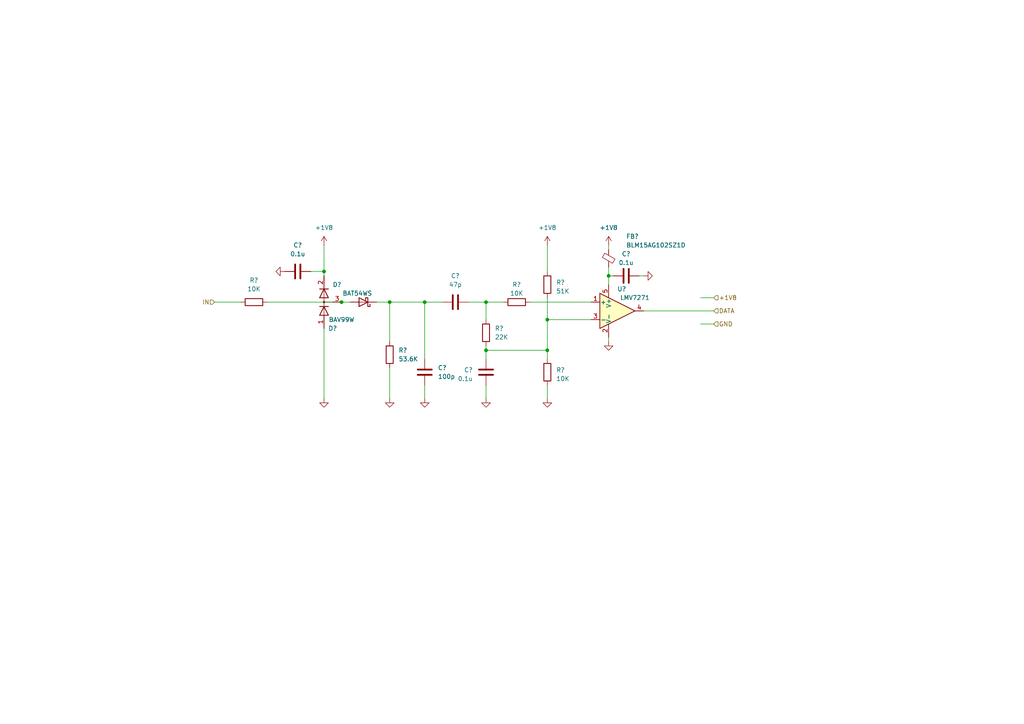
<source format=kicad_sch>
(kicad_sch (version 20221206) (generator eeschema)

  (uuid e71cbde1-8d43-4450-8a5d-ad6ba7566a5d)

  (paper "A4")

  (lib_symbols
    (symbol "Comparator:LMV7271" (pin_names (offset 0.127)) (in_bom yes) (on_board yes)
      (property "Reference" "U" (at 1.27 5.08 0)
        (effects (font (size 1.27 1.27)))
      )
      (property "Value" "LMV7271" (at 3.81 -5.08 0)
        (effects (font (size 1.27 1.27)))
      )
      (property "Footprint" "" (at 0 2.54 0)
        (effects (font (size 1.27 1.27)) hide)
      )
      (property "Datasheet" "http://www.ti.com/lit/ds/symlink/lmv7271.pdf" (at 0 5.08 0)
        (effects (font (size 1.27 1.27)) hide)
      )
      (property "ki_keywords" "cmp" (at 0 0 0)
        (effects (font (size 1.27 1.27)) hide)
      )
      (property "ki_description" "Single, 1.8V Low Power, Rail-to-Rail Input, Push-Pull Output Comparator, SOT-23-5/SC-70-5" (at 0 0 0)
        (effects (font (size 1.27 1.27)) hide)
      )
      (property "ki_fp_filters" "SOT?23* *SC?70*" (at 0 0 0)
        (effects (font (size 1.27 1.27)) hide)
      )
      (symbol "LMV7271_0_1"
        (polyline
          (pts
            (xy -5.08 5.08)
            (xy 5.08 0)
            (xy -5.08 -5.08)
            (xy -5.08 5.08)
          )
          (stroke (width 0.254) (type default))
          (fill (type background))
        )
      )
      (symbol "LMV7271_1_1"
        (pin input line (at -7.62 2.54 0) (length 2.54)
          (name "+" (effects (font (size 1.27 1.27))))
          (number "1" (effects (font (size 1.27 1.27))))
        )
        (pin power_in line (at -2.54 -7.62 90) (length 3.81)
          (name "V-" (effects (font (size 1.27 1.27))))
          (number "2" (effects (font (size 1.27 1.27))))
        )
        (pin input line (at -7.62 -2.54 0) (length 2.54)
          (name "-" (effects (font (size 1.27 1.27))))
          (number "3" (effects (font (size 1.27 1.27))))
        )
        (pin output line (at 7.62 0 180) (length 2.54)
          (name "~" (effects (font (size 1.27 1.27))))
          (number "4" (effects (font (size 1.27 1.27))))
        )
        (pin power_in line (at -2.54 7.62 270) (length 3.81)
          (name "V+" (effects (font (size 1.27 1.27))))
          (number "5" (effects (font (size 1.27 1.27))))
        )
      )
    )
    (symbol "Device:C" (pin_numbers hide) (pin_names (offset 0.254)) (in_bom yes) (on_board yes)
      (property "Reference" "C" (at 0.635 2.54 0)
        (effects (font (size 1.27 1.27)) (justify left))
      )
      (property "Value" "C" (at 0.635 -2.54 0)
        (effects (font (size 1.27 1.27)) (justify left))
      )
      (property "Footprint" "" (at 0.9652 -3.81 0)
        (effects (font (size 1.27 1.27)) hide)
      )
      (property "Datasheet" "~" (at 0 0 0)
        (effects (font (size 1.27 1.27)) hide)
      )
      (property "ki_keywords" "cap capacitor" (at 0 0 0)
        (effects (font (size 1.27 1.27)) hide)
      )
      (property "ki_description" "Unpolarized capacitor" (at 0 0 0)
        (effects (font (size 1.27 1.27)) hide)
      )
      (property "ki_fp_filters" "C_*" (at 0 0 0)
        (effects (font (size 1.27 1.27)) hide)
      )
      (symbol "C_0_1"
        (polyline
          (pts
            (xy -2.032 -0.762)
            (xy 2.032 -0.762)
          )
          (stroke (width 0.508) (type default))
          (fill (type none))
        )
        (polyline
          (pts
            (xy -2.032 0.762)
            (xy 2.032 0.762)
          )
          (stroke (width 0.508) (type default))
          (fill (type none))
        )
      )
      (symbol "C_1_1"
        (pin passive line (at 0 3.81 270) (length 2.794)
          (name "~" (effects (font (size 1.27 1.27))))
          (number "1" (effects (font (size 1.27 1.27))))
        )
        (pin passive line (at 0 -3.81 90) (length 2.794)
          (name "~" (effects (font (size 1.27 1.27))))
          (number "2" (effects (font (size 1.27 1.27))))
        )
      )
    )
    (symbol "Device:D_Dual_Series_AKC" (pin_names (offset 0.762) hide) (in_bom yes) (on_board yes)
      (property "Reference" "D" (at 1.27 -2.54 0)
        (effects (font (size 1.27 1.27)))
      )
      (property "Value" "D_Dual_Series_AKC" (at 0 2.54 0)
        (effects (font (size 1.27 1.27)))
      )
      (property "Footprint" "" (at 0 0 0)
        (effects (font (size 1.27 1.27)) hide)
      )
      (property "Datasheet" "~" (at 0 0 0)
        (effects (font (size 1.27 1.27)) hide)
      )
      (property "ki_keywords" "diode" (at 0 0 0)
        (effects (font (size 1.27 1.27)) hide)
      )
      (property "ki_description" "Dual diode, anode/cathode/center" (at 0 0 0)
        (effects (font (size 1.27 1.27)) hide)
      )
      (symbol "D_Dual_Series_AKC_0_1"
        (polyline
          (pts
            (xy -3.81 0)
            (xy 3.81 0)
          )
          (stroke (width 0) (type default))
          (fill (type none))
        )
        (polyline
          (pts
            (xy 0 0)
            (xy 0 -2.54)
          )
          (stroke (width 0) (type default))
          (fill (type none))
        )
        (polyline
          (pts
            (xy 6.35 0)
            (xy 7.62 0)
          )
          (stroke (width 0) (type default))
          (fill (type none))
        )
        (polyline
          (pts
            (xy -1.27 -1.27)
            (xy -1.27 1.27)
            (xy -1.27 1.27)
          )
          (stroke (width 0.254) (type default))
          (fill (type none))
        )
        (polyline
          (pts
            (xy 3.81 1.27)
            (xy 3.81 -1.27)
            (xy 3.81 -1.27)
          )
          (stroke (width 0.254) (type default))
          (fill (type none))
        )
        (polyline
          (pts
            (xy -3.81 1.27)
            (xy -1.27 0)
            (xy -3.81 -1.27)
            (xy -3.81 1.27)
            (xy -3.81 1.27)
            (xy -3.81 1.27)
          )
          (stroke (width 0.254) (type default))
          (fill (type none))
        )
        (polyline
          (pts
            (xy 1.27 1.27)
            (xy 3.81 0)
            (xy 1.27 -1.27)
            (xy 1.27 1.27)
            (xy 1.27 1.27)
            (xy 1.27 1.27)
          )
          (stroke (width 0.254) (type default))
          (fill (type none))
        )
        (circle (center 0 0) (radius 0.254)
          (stroke (width 0) (type default))
          (fill (type outline))
        )
        (pin passive line (at -7.62 0 0) (length 3.81)
          (name "A" (effects (font (size 1.27 1.27))))
          (number "1" (effects (font (size 1.27 1.27))))
        )
        (pin passive line (at 7.62 0 180) (length 3.81)
          (name "K" (effects (font (size 1.27 1.27))))
          (number "2" (effects (font (size 1.27 1.27))))
        )
        (pin passive line (at 0 -5.08 90) (length 2.54)
          (name "common" (effects (font (size 1.27 1.27))))
          (number "3" (effects (font (size 1.27 1.27))))
        )
      )
    )
    (symbol "Device:D_Schottky" (pin_numbers hide) (pin_names (offset 1.016) hide) (in_bom yes) (on_board yes)
      (property "Reference" "D" (at 0 2.54 0)
        (effects (font (size 1.27 1.27)))
      )
      (property "Value" "D_Schottky" (at 0 -2.54 0)
        (effects (font (size 1.27 1.27)))
      )
      (property "Footprint" "" (at 0 0 0)
        (effects (font (size 1.27 1.27)) hide)
      )
      (property "Datasheet" "~" (at 0 0 0)
        (effects (font (size 1.27 1.27)) hide)
      )
      (property "ki_keywords" "diode Schottky" (at 0 0 0)
        (effects (font (size 1.27 1.27)) hide)
      )
      (property "ki_description" "Schottky diode" (at 0 0 0)
        (effects (font (size 1.27 1.27)) hide)
      )
      (property "ki_fp_filters" "TO-???* *_Diode_* *SingleDiode* D_*" (at 0 0 0)
        (effects (font (size 1.27 1.27)) hide)
      )
      (symbol "D_Schottky_0_1"
        (polyline
          (pts
            (xy 1.27 0)
            (xy -1.27 0)
          )
          (stroke (width 0) (type default))
          (fill (type none))
        )
        (polyline
          (pts
            (xy 1.27 1.27)
            (xy 1.27 -1.27)
            (xy -1.27 0)
            (xy 1.27 1.27)
          )
          (stroke (width 0.254) (type default))
          (fill (type none))
        )
        (polyline
          (pts
            (xy -1.905 0.635)
            (xy -1.905 1.27)
            (xy -1.27 1.27)
            (xy -1.27 -1.27)
            (xy -0.635 -1.27)
            (xy -0.635 -0.635)
          )
          (stroke (width 0.254) (type default))
          (fill (type none))
        )
      )
      (symbol "D_Schottky_1_1"
        (pin passive line (at -3.81 0 0) (length 2.54)
          (name "K" (effects (font (size 1.27 1.27))))
          (number "1" (effects (font (size 1.27 1.27))))
        )
        (pin passive line (at 3.81 0 180) (length 2.54)
          (name "A" (effects (font (size 1.27 1.27))))
          (number "2" (effects (font (size 1.27 1.27))))
        )
      )
    )
    (symbol "Device:FerriteBead_Small" (pin_numbers hide) (pin_names (offset 0)) (in_bom yes) (on_board yes)
      (property "Reference" "FB" (at 1.905 1.27 0)
        (effects (font (size 1.27 1.27)) (justify left))
      )
      (property "Value" "FerriteBead_Small" (at 1.905 -1.27 0)
        (effects (font (size 1.27 1.27)) (justify left))
      )
      (property "Footprint" "" (at -1.778 0 90)
        (effects (font (size 1.27 1.27)) hide)
      )
      (property "Datasheet" "~" (at 0 0 0)
        (effects (font (size 1.27 1.27)) hide)
      )
      (property "ki_keywords" "L ferrite bead inductor filter" (at 0 0 0)
        (effects (font (size 1.27 1.27)) hide)
      )
      (property "ki_description" "Ferrite bead, small symbol" (at 0 0 0)
        (effects (font (size 1.27 1.27)) hide)
      )
      (property "ki_fp_filters" "Inductor_* L_* *Ferrite*" (at 0 0 0)
        (effects (font (size 1.27 1.27)) hide)
      )
      (symbol "FerriteBead_Small_0_1"
        (polyline
          (pts
            (xy 0 -1.27)
            (xy 0 -0.7874)
          )
          (stroke (width 0) (type default))
          (fill (type none))
        )
        (polyline
          (pts
            (xy 0 0.889)
            (xy 0 1.2954)
          )
          (stroke (width 0) (type default))
          (fill (type none))
        )
        (polyline
          (pts
            (xy -1.8288 0.2794)
            (xy -1.1176 1.4986)
            (xy 1.8288 -0.2032)
            (xy 1.1176 -1.4224)
            (xy -1.8288 0.2794)
          )
          (stroke (width 0) (type default))
          (fill (type none))
        )
      )
      (symbol "FerriteBead_Small_1_1"
        (pin passive line (at 0 2.54 270) (length 1.27)
          (name "~" (effects (font (size 1.27 1.27))))
          (number "1" (effects (font (size 1.27 1.27))))
        )
        (pin passive line (at 0 -2.54 90) (length 1.27)
          (name "~" (effects (font (size 1.27 1.27))))
          (number "2" (effects (font (size 1.27 1.27))))
        )
      )
    )
    (symbol "Device:R" (pin_numbers hide) (pin_names (offset 0)) (in_bom yes) (on_board yes)
      (property "Reference" "R" (at 2.032 0 90)
        (effects (font (size 1.27 1.27)))
      )
      (property "Value" "R" (at 0 0 90)
        (effects (font (size 1.27 1.27)))
      )
      (property "Footprint" "" (at -1.778 0 90)
        (effects (font (size 1.27 1.27)) hide)
      )
      (property "Datasheet" "~" (at 0 0 0)
        (effects (font (size 1.27 1.27)) hide)
      )
      (property "ki_keywords" "R res resistor" (at 0 0 0)
        (effects (font (size 1.27 1.27)) hide)
      )
      (property "ki_description" "Resistor" (at 0 0 0)
        (effects (font (size 1.27 1.27)) hide)
      )
      (property "ki_fp_filters" "R_*" (at 0 0 0)
        (effects (font (size 1.27 1.27)) hide)
      )
      (symbol "R_0_1"
        (rectangle (start -1.016 -2.54) (end 1.016 2.54)
          (stroke (width 0.254) (type default))
          (fill (type none))
        )
      )
      (symbol "R_1_1"
        (pin passive line (at 0 3.81 270) (length 1.27)
          (name "~" (effects (font (size 1.27 1.27))))
          (number "1" (effects (font (size 1.27 1.27))))
        )
        (pin passive line (at 0 -3.81 90) (length 1.27)
          (name "~" (effects (font (size 1.27 1.27))))
          (number "2" (effects (font (size 1.27 1.27))))
        )
      )
    )
    (symbol "power:+1V8" (power) (pin_names (offset 0)) (in_bom yes) (on_board yes)
      (property "Reference" "#PWR" (at 0 -3.81 0)
        (effects (font (size 1.27 1.27)) hide)
      )
      (property "Value" "+1V8" (at 0 3.556 0)
        (effects (font (size 1.27 1.27)))
      )
      (property "Footprint" "" (at 0 0 0)
        (effects (font (size 1.27 1.27)) hide)
      )
      (property "Datasheet" "" (at 0 0 0)
        (effects (font (size 1.27 1.27)) hide)
      )
      (property "ki_keywords" "power-flag" (at 0 0 0)
        (effects (font (size 1.27 1.27)) hide)
      )
      (property "ki_description" "Power symbol creates a global label with name \"+1V8\"" (at 0 0 0)
        (effects (font (size 1.27 1.27)) hide)
      )
      (symbol "+1V8_0_1"
        (polyline
          (pts
            (xy -0.762 1.27)
            (xy 0 2.54)
          )
          (stroke (width 0) (type default))
          (fill (type none))
        )
        (polyline
          (pts
            (xy 0 0)
            (xy 0 2.54)
          )
          (stroke (width 0) (type default))
          (fill (type none))
        )
        (polyline
          (pts
            (xy 0 2.54)
            (xy 0.762 1.27)
          )
          (stroke (width 0) (type default))
          (fill (type none))
        )
      )
      (symbol "+1V8_1_1"
        (pin power_in line (at 0 0 90) (length 0) hide
          (name "+1V8" (effects (font (size 1.27 1.27))))
          (number "1" (effects (font (size 1.27 1.27))))
        )
      )
    )
    (symbol "power:GND" (power) (pin_names (offset 0)) (in_bom yes) (on_board yes)
      (property "Reference" "#PWR" (at 0 -6.35 0)
        (effects (font (size 1.27 1.27)) hide)
      )
      (property "Value" "GND" (at 0 -3.81 0)
        (effects (font (size 1.27 1.27)))
      )
      (property "Footprint" "" (at 0 0 0)
        (effects (font (size 1.27 1.27)) hide)
      )
      (property "Datasheet" "" (at 0 0 0)
        (effects (font (size 1.27 1.27)) hide)
      )
      (property "ki_keywords" "power-flag" (at 0 0 0)
        (effects (font (size 1.27 1.27)) hide)
      )
      (property "ki_description" "Power symbol creates a global label with name \"GND\" , ground" (at 0 0 0)
        (effects (font (size 1.27 1.27)) hide)
      )
      (symbol "GND_0_1"
        (polyline
          (pts
            (xy 0 0)
            (xy 0 -1.27)
            (xy 1.27 -1.27)
            (xy 0 -2.54)
            (xy -1.27 -1.27)
            (xy 0 -1.27)
          )
          (stroke (width 0) (type default))
          (fill (type none))
        )
      )
      (symbol "GND_1_1"
        (pin power_in line (at 0 0 270) (length 0) hide
          (name "GND" (effects (font (size 1.27 1.27))))
          (number "1" (effects (font (size 1.27 1.27))))
        )
      )
    )
  )

  (junction (at 123.19 87.63) (diameter 0) (color 0 0 0 0)
    (uuid 00de7870-9a00-4d11-bbdf-d8a627943be2)
  )
  (junction (at 140.97 101.6) (diameter 0) (color 0 0 0 0)
    (uuid 1ae7c62f-3f99-444b-99e3-ae37a65ab9fa)
  )
  (junction (at 93.98 78.74) (diameter 0) (color 0 0 0 0)
    (uuid 31a1520c-732c-4761-9a7f-e90116d2b726)
  )
  (junction (at 158.75 101.6) (diameter 0) (color 0 0 0 0)
    (uuid 4c3d4764-5fbf-49ac-8ff4-2953d499dd5b)
  )
  (junction (at 158.75 92.71) (diameter 0) (color 0 0 0 0)
    (uuid 5750a2cc-a6ad-43be-a7ff-e1d86fa9716c)
  )
  (junction (at 113.03 87.63) (diameter 0) (color 0 0 0 0)
    (uuid 737ec7ec-c661-471b-962d-e783af865cd7)
  )
  (junction (at 99.06 87.63) (diameter 0) (color 0 0 0 0)
    (uuid 8080ac33-807c-4867-9595-40dd22b45ce7)
  )
  (junction (at 176.53 80.01) (diameter 0) (color 0 0 0 0)
    (uuid 95fc83f0-a096-44a7-86b0-1580d61ddbaf)
  )
  (junction (at 140.97 87.63) (diameter 0) (color 0 0 0 0)
    (uuid bb20baa0-267e-4287-a6dc-e0210b334bfb)
  )

  (wire (pts (xy 140.97 111.76) (xy 140.97 115.57))
    (stroke (width 0) (type default))
    (uuid 09682c32-04dd-4955-a579-a06f092ea210)
  )
  (wire (pts (xy 113.03 106.68) (xy 113.03 115.57))
    (stroke (width 0) (type default))
    (uuid 0c613798-b279-46df-b30b-bca81e077689)
  )
  (wire (pts (xy 93.98 95.25) (xy 93.98 115.57))
    (stroke (width 0) (type default))
    (uuid 175923ec-6c24-4f44-8b79-a2d24d0d4978)
  )
  (wire (pts (xy 158.75 92.71) (xy 171.45 92.71))
    (stroke (width 0) (type default))
    (uuid 3ed8332b-6701-4ad4-a88d-4390004669f9)
  )
  (wire (pts (xy 158.75 101.6) (xy 158.75 104.14))
    (stroke (width 0) (type default))
    (uuid 45468cd5-8fd0-4eaa-a683-15a9bae331d2)
  )
  (wire (pts (xy 176.53 77.47) (xy 176.53 80.01))
    (stroke (width 0) (type default))
    (uuid 466b39ac-32bb-4038-8cba-b26ebf557ff1)
  )
  (wire (pts (xy 140.97 101.6) (xy 158.75 101.6))
    (stroke (width 0) (type default))
    (uuid 477f0438-8e50-4b61-8ad0-191baede91f1)
  )
  (wire (pts (xy 123.19 104.14) (xy 123.19 87.63))
    (stroke (width 0) (type default))
    (uuid 4ac6e9f9-d5f7-411f-b1d5-ef00b897d5b8)
  )
  (wire (pts (xy 158.75 86.36) (xy 158.75 92.71))
    (stroke (width 0) (type default))
    (uuid 4ae980df-f0cd-4325-8f4d-e7c62f833fee)
  )
  (wire (pts (xy 177.8 80.01) (xy 176.53 80.01))
    (stroke (width 0) (type default))
    (uuid 4c438a5a-afd1-419f-bb20-3d1a58db981d)
  )
  (wire (pts (xy 158.75 111.76) (xy 158.75 115.57))
    (stroke (width 0) (type default))
    (uuid 4d70c09c-15b9-4ac1-95c2-485622b4f187)
  )
  (wire (pts (xy 176.53 72.39) (xy 176.53 71.12))
    (stroke (width 0) (type default))
    (uuid 4f0a3459-1fe5-4a37-a87f-e891478e3147)
  )
  (wire (pts (xy 99.06 87.63) (xy 101.6 87.63))
    (stroke (width 0) (type default))
    (uuid 55f4e76f-083a-43f6-a816-846bf5a2468c)
  )
  (wire (pts (xy 140.97 87.63) (xy 146.05 87.63))
    (stroke (width 0) (type default))
    (uuid 580b2420-58e7-413f-9699-c58c126cd0b8)
  )
  (wire (pts (xy 123.19 111.76) (xy 123.19 115.57))
    (stroke (width 0) (type default))
    (uuid 5933404b-400d-4a57-8c62-22f1c0639707)
  )
  (wire (pts (xy 176.53 80.01) (xy 176.53 82.55))
    (stroke (width 0) (type default))
    (uuid 599340d0-610d-4f89-9dcb-9fc7ea2cc61f)
  )
  (wire (pts (xy 109.22 87.63) (xy 113.03 87.63))
    (stroke (width 0) (type default))
    (uuid 60edfdb8-8a1b-401b-891b-c4196f22b6fc)
  )
  (wire (pts (xy 93.98 78.74) (xy 93.98 80.01))
    (stroke (width 0) (type default))
    (uuid 6711c7ea-c737-4090-a961-4158fb0e191b)
  )
  (wire (pts (xy 90.17 78.74) (xy 93.98 78.74))
    (stroke (width 0) (type default))
    (uuid 68718a24-68c9-4a0f-b3b1-72a7e7eafd0e)
  )
  (wire (pts (xy 93.98 71.12) (xy 93.98 78.74))
    (stroke (width 0) (type default))
    (uuid 69279710-c43a-4d8e-a416-c3c9947980a1)
  )
  (wire (pts (xy 153.67 87.63) (xy 171.45 87.63))
    (stroke (width 0) (type default))
    (uuid 6cff9fc6-ea2f-410f-af17-b50630b43eb6)
  )
  (wire (pts (xy 140.97 100.33) (xy 140.97 101.6))
    (stroke (width 0) (type default))
    (uuid 781cfe9d-95b2-4085-b592-26bfa500aa2d)
  )
  (wire (pts (xy 77.47 87.63) (xy 99.06 87.63))
    (stroke (width 0) (type default))
    (uuid 7fd546e3-39c4-4f7d-b06a-c0a686a92755)
  )
  (wire (pts (xy 140.97 87.63) (xy 140.97 92.71))
    (stroke (width 0) (type default))
    (uuid 857d94da-cf0c-4afe-b8b6-75130a2ce4b1)
  )
  (wire (pts (xy 135.89 87.63) (xy 140.97 87.63))
    (stroke (width 0) (type default))
    (uuid 87d98712-f065-4192-ba02-217c72bf1fb9)
  )
  (wire (pts (xy 158.75 92.71) (xy 158.75 101.6))
    (stroke (width 0) (type default))
    (uuid 87db4e01-db2b-433d-a3ac-50499178402a)
  )
  (wire (pts (xy 113.03 87.63) (xy 113.03 99.06))
    (stroke (width 0) (type default))
    (uuid 89a30c68-8f86-4b6f-bc70-6530a84bf042)
  )
  (wire (pts (xy 158.75 71.12) (xy 158.75 78.74))
    (stroke (width 0) (type default))
    (uuid 93a5fefd-2f0f-48f4-8ebf-51924f56fd65)
  )
  (wire (pts (xy 176.53 99.06) (xy 176.53 97.79))
    (stroke (width 0) (type default))
    (uuid a601740a-da63-4364-b9f8-e4e057e0f2c7)
  )
  (wire (pts (xy 203.2 93.98) (xy 207.01 93.98))
    (stroke (width 0) (type default))
    (uuid a659e37b-5a1f-41a1-862d-b260566d645c)
  )
  (wire (pts (xy 140.97 101.6) (xy 140.97 104.14))
    (stroke (width 0) (type default))
    (uuid aba834a0-a671-47da-959f-a218c0c6e1be)
  )
  (wire (pts (xy 203.2 86.36) (xy 207.01 86.36))
    (stroke (width 0) (type default))
    (uuid bd969bde-e0ad-4a07-ae0e-a4ffc09b4df5)
  )
  (wire (pts (xy 123.19 87.63) (xy 128.27 87.63))
    (stroke (width 0) (type default))
    (uuid be30ab90-2e23-4ec0-9ae5-36448abb3732)
  )
  (wire (pts (xy 62.23 87.63) (xy 69.85 87.63))
    (stroke (width 0) (type default))
    (uuid c145811c-51dd-4acb-b97b-e91816b42548)
  )
  (wire (pts (xy 185.42 80.01) (xy 186.69 80.01))
    (stroke (width 0) (type default))
    (uuid c2a18453-508f-4e83-9c96-00e470b9cd54)
  )
  (wire (pts (xy 113.03 87.63) (xy 123.19 87.63))
    (stroke (width 0) (type default))
    (uuid df1ed28d-839f-46f8-9d6d-fa79449015c8)
  )
  (wire (pts (xy 186.69 90.17) (xy 207.01 90.17))
    (stroke (width 0) (type default))
    (uuid f707fa9f-996f-40f3-b25e-a369a8f43124)
  )

  (hierarchical_label "GND" (shape input) (at 207.01 93.98 0) (fields_autoplaced)
    (effects (font (size 1.27 1.27)) (justify left))
    (uuid 57058e79-1a68-4bd3-85ba-7e3809e2ec29)
  )
  (hierarchical_label "+1V8" (shape input) (at 207.01 86.36 0) (fields_autoplaced)
    (effects (font (size 1.27 1.27)) (justify left))
    (uuid 8b6dd13a-5b33-4e54-adce-423cb59c9572)
  )
  (hierarchical_label "IN" (shape input) (at 62.23 87.63 180) (fields_autoplaced)
    (effects (font (size 1.27 1.27)) (justify right))
    (uuid e07f652f-5a49-43ab-9fa2-d99f6298d4ec)
  )
  (hierarchical_label "DATA" (shape input) (at 207.01 90.17 0) (fields_autoplaced)
    (effects (font (size 1.27 1.27)) (justify left))
    (uuid ecc01d8d-8836-461d-9d30-fc02b61a9607)
  )

  (symbol (lib_id "power:+1V8") (at 158.75 71.12 0) (unit 1)
    (in_bom yes) (on_board yes) (dnp no) (fields_autoplaced)
    (uuid 005d9bb1-af66-4ca9-9efa-6590ead6a9ce)
    (property "Reference" "#PWR?" (at 158.75 74.93 0)
      (effects (font (size 1.27 1.27)) hide)
    )
    (property "Value" "+1V8" (at 158.75 66.04 0)
      (effects (font (size 1.27 1.27)))
    )
    (property "Footprint" "" (at 158.75 71.12 0)
      (effects (font (size 1.27 1.27)) hide)
    )
    (property "Datasheet" "" (at 158.75 71.12 0)
      (effects (font (size 1.27 1.27)) hide)
    )
    (pin "1" (uuid 7b812706-b7be-4e6c-befb-1d60694b5a1c))
    (instances
      (project "Kampela"
        (path "/472e0f49-51e5-4b9c-a9f6-6aed0741c677/67eb4c15-878d-4392-8f98-b0db1677ce0d"
          (reference "#PWR?") (unit 1)
        )
      )
      (project "Kampela_C1"
        (path "/f1094595-086c-43ea-a0be-6f801d9d8744/67eb4c15-878d-4392-8f98-b0db1677ce0d"
          (reference "#PWR017") (unit 1)
        )
      )
    )
  )

  (symbol (lib_id "Device:C") (at 181.61 80.01 270) (mirror x) (unit 1)
    (in_bom yes) (on_board yes) (dnp no) (fields_autoplaced)
    (uuid 0d082e3c-d845-4287-b74e-9326d651a4c7)
    (property "Reference" "C?" (at 181.61 73.66 90)
      (effects (font (size 1.27 1.27)))
    )
    (property "Value" "0.1u" (at 181.61 76.2 90)
      (effects (font (size 1.27 1.27)))
    )
    (property "Footprint" "Capacitor_SMD:C_0402_1005Metric" (at 177.8 79.0448 0)
      (effects (font (size 1.27 1.27)) hide)
    )
    (property "Datasheet" "~" (at 181.61 80.01 0)
      (effects (font (size 1.27 1.27)) hide)
    )
    (pin "1" (uuid 71e05782-e375-4157-b8b7-407dec4a1b3d))
    (pin "2" (uuid 263029fc-a5ad-4810-9891-f9ff47ff8f6c))
    (instances
      (project "Kampela"
        (path "/472e0f49-51e5-4b9c-a9f6-6aed0741c677/67eb4c15-878d-4392-8f98-b0db1677ce0d"
          (reference "C?") (unit 1)
        )
      )
      (project "Kampela_C1"
        (path "/f1094595-086c-43ea-a0be-6f801d9d8744/67eb4c15-878d-4392-8f98-b0db1677ce0d"
          (reference "C5") (unit 1)
        )
      )
    )
  )

  (symbol (lib_id "power:GND") (at 158.75 115.57 0) (unit 1)
    (in_bom yes) (on_board yes) (dnp no) (fields_autoplaced)
    (uuid 0e5a7feb-ad9d-4192-8076-0676e2943f11)
    (property "Reference" "#PWR?" (at 158.75 121.92 0)
      (effects (font (size 1.27 1.27)) hide)
    )
    (property "Value" "GND" (at 158.75 120.65 0)
      (effects (font (size 1.27 1.27)) hide)
    )
    (property "Footprint" "" (at 158.75 115.57 0)
      (effects (font (size 1.27 1.27)) hide)
    )
    (property "Datasheet" "" (at 158.75 115.57 0)
      (effects (font (size 1.27 1.27)) hide)
    )
    (pin "1" (uuid 8a3eb152-a5fa-4d39-98a6-2b6cf10a1e7d))
    (instances
      (project "Kampela"
        (path "/472e0f49-51e5-4b9c-a9f6-6aed0741c677/67eb4c15-878d-4392-8f98-b0db1677ce0d"
          (reference "#PWR?") (unit 1)
        )
      )
      (project "Kampela_C1"
        (path "/f1094595-086c-43ea-a0be-6f801d9d8744/67eb4c15-878d-4392-8f98-b0db1677ce0d"
          (reference "#PWR018") (unit 1)
        )
      )
    )
  )

  (symbol (lib_id "Device:C") (at 123.19 107.95 0) (unit 1)
    (in_bom yes) (on_board yes) (dnp no) (fields_autoplaced)
    (uuid 1eb7f41e-b0c5-465c-95d0-217697737195)
    (property "Reference" "C?" (at 127 106.6799 0)
      (effects (font (size 1.27 1.27)) (justify left))
    )
    (property "Value" "100p" (at 127 109.2199 0)
      (effects (font (size 1.27 1.27)) (justify left))
    )
    (property "Footprint" "Capacitor_SMD:C_0402_1005Metric" (at 124.1552 111.76 0)
      (effects (font (size 1.27 1.27)) hide)
    )
    (property "Datasheet" "~" (at 123.19 107.95 0)
      (effects (font (size 1.27 1.27)) hide)
    )
    (pin "1" (uuid 3cefa6a2-3b1e-447b-8d99-7f292254d7ae))
    (pin "2" (uuid cf2da188-38d7-4ef0-915d-9fe7c7f9a2d1))
    (instances
      (project "Kampela"
        (path "/472e0f49-51e5-4b9c-a9f6-6aed0741c677/67eb4c15-878d-4392-8f98-b0db1677ce0d"
          (reference "C?") (unit 1)
        )
      )
      (project "Kampela_C1"
        (path "/f1094595-086c-43ea-a0be-6f801d9d8744/67eb4c15-878d-4392-8f98-b0db1677ce0d"
          (reference "C2") (unit 1)
        )
      )
    )
  )

  (symbol (lib_id "Device:D_Schottky") (at 105.41 87.63 180) (unit 1)
    (in_bom yes) (on_board yes) (dnp no)
    (uuid 28ee3c93-1c0e-4fb7-b782-c4da22b06b89)
    (property "Reference" "D?" (at 99.06 82.55 0)
      (effects (font (size 1.27 1.27)) (justify left))
    )
    (property "Value" "BAT54WS" (at 107.95 85.09 0)
      (effects (font (size 1.27 1.27)) (justify left))
    )
    (property "Footprint" "Diode_SMD:D_SOD-323F" (at 105.41 87.63 0)
      (effects (font (size 1.27 1.27)) hide)
    )
    (property "Datasheet" "~" (at 105.41 87.63 0)
      (effects (font (size 1.27 1.27)) hide)
    )
    (pin "1" (uuid 166d4c7e-96ac-452c-b711-b312016d5846))
    (pin "2" (uuid f5575602-0d59-4e45-931c-ac082bf00f04))
    (instances
      (project "Kampela"
        (path "/472e0f49-51e5-4b9c-a9f6-6aed0741c677/67eb4c15-878d-4392-8f98-b0db1677ce0d"
          (reference "D?") (unit 1)
        )
      )
      (project "Kampela_C1"
        (path "/f1094595-086c-43ea-a0be-6f801d9d8744/67eb4c15-878d-4392-8f98-b0db1677ce0d"
          (reference "D2") (unit 1)
        )
      )
    )
  )

  (symbol (lib_id "power:GND") (at 123.19 115.57 0) (unit 1)
    (in_bom yes) (on_board yes) (dnp no) (fields_autoplaced)
    (uuid 292231bf-e921-435a-aa02-0a6e9d2b9094)
    (property "Reference" "#PWR?" (at 123.19 121.92 0)
      (effects (font (size 1.27 1.27)) hide)
    )
    (property "Value" "GND" (at 123.19 120.65 0)
      (effects (font (size 1.27 1.27)) hide)
    )
    (property "Footprint" "" (at 123.19 115.57 0)
      (effects (font (size 1.27 1.27)) hide)
    )
    (property "Datasheet" "" (at 123.19 115.57 0)
      (effects (font (size 1.27 1.27)) hide)
    )
    (pin "1" (uuid 3a2c71e8-a044-42fe-af3c-883d70d602ce))
    (instances
      (project "Kampela"
        (path "/472e0f49-51e5-4b9c-a9f6-6aed0741c677/67eb4c15-878d-4392-8f98-b0db1677ce0d"
          (reference "#PWR?") (unit 1)
        )
      )
      (project "Kampela_C1"
        (path "/f1094595-086c-43ea-a0be-6f801d9d8744/67eb4c15-878d-4392-8f98-b0db1677ce0d"
          (reference "#PWR015") (unit 1)
        )
      )
    )
  )

  (symbol (lib_id "Device:R") (at 149.86 87.63 270) (unit 1)
    (in_bom yes) (on_board yes) (dnp no) (fields_autoplaced)
    (uuid 2ea1de2e-300f-45cd-badb-c52adba861cb)
    (property "Reference" "R?" (at 149.86 82.55 90)
      (effects (font (size 1.27 1.27)))
    )
    (property "Value" "10K" (at 149.86 85.09 90)
      (effects (font (size 1.27 1.27)))
    )
    (property "Footprint" "Resistor_SMD:R_0402_1005Metric" (at 149.86 85.852 90)
      (effects (font (size 1.27 1.27)) hide)
    )
    (property "Datasheet" "~" (at 149.86 87.63 0)
      (effects (font (size 1.27 1.27)) hide)
    )
    (pin "1" (uuid acda1d65-0a0a-4d9d-914a-512c9450b503))
    (pin "2" (uuid 5d8c8369-4cac-4227-900e-bb0fbacfde62))
    (instances
      (project "Kampela"
        (path "/472e0f49-51e5-4b9c-a9f6-6aed0741c677/67eb4c15-878d-4392-8f98-b0db1677ce0d"
          (reference "R?") (unit 1)
        )
      )
      (project "Kampela_C1"
        (path "/f1094595-086c-43ea-a0be-6f801d9d8744/67eb4c15-878d-4392-8f98-b0db1677ce0d"
          (reference "R4") (unit 1)
        )
      )
    )
  )

  (symbol (lib_id "Device:R") (at 140.97 96.52 0) (unit 1)
    (in_bom yes) (on_board yes) (dnp no) (fields_autoplaced)
    (uuid 2f2a7624-ae1d-4119-b117-532864e2761f)
    (property "Reference" "R?" (at 143.51 95.2499 0)
      (effects (font (size 1.27 1.27)) (justify left))
    )
    (property "Value" "22K" (at 143.51 97.7899 0)
      (effects (font (size 1.27 1.27)) (justify left))
    )
    (property "Footprint" "Resistor_SMD:R_0402_1005Metric" (at 139.192 96.52 90)
      (effects (font (size 1.27 1.27)) hide)
    )
    (property "Datasheet" "~" (at 140.97 96.52 0)
      (effects (font (size 1.27 1.27)) hide)
    )
    (pin "1" (uuid 93bc7464-9136-4cd3-8e4d-569fbf51757e))
    (pin "2" (uuid c207dedd-f447-4219-8255-9930cc327cee))
    (instances
      (project "Kampela"
        (path "/472e0f49-51e5-4b9c-a9f6-6aed0741c677/67eb4c15-878d-4392-8f98-b0db1677ce0d"
          (reference "R?") (unit 1)
        )
      )
      (project "Kampela_C1"
        (path "/f1094595-086c-43ea-a0be-6f801d9d8744/67eb4c15-878d-4392-8f98-b0db1677ce0d"
          (reference "R3") (unit 1)
        )
      )
    )
  )

  (symbol (lib_id "Device:C") (at 86.36 78.74 90) (mirror x) (unit 1)
    (in_bom yes) (on_board yes) (dnp no) (fields_autoplaced)
    (uuid 3780c09f-8ebb-4df9-8e79-af661d0ee190)
    (property "Reference" "C?" (at 86.36 71.12 90)
      (effects (font (size 1.27 1.27)))
    )
    (property "Value" "0.1u" (at 86.36 73.66 90)
      (effects (font (size 1.27 1.27)))
    )
    (property "Footprint" "Capacitor_SMD:C_0402_1005Metric" (at 90.17 79.7052 0)
      (effects (font (size 1.27 1.27)) hide)
    )
    (property "Datasheet" "~" (at 86.36 78.74 0)
      (effects (font (size 1.27 1.27)) hide)
    )
    (pin "1" (uuid eff670c4-c50d-46fa-b809-ca5246b7587c))
    (pin "2" (uuid ec1d2d08-7c9c-4fc6-973d-d9cfc20e64fe))
    (instances
      (project "Kampela"
        (path "/472e0f49-51e5-4b9c-a9f6-6aed0741c677/67eb4c15-878d-4392-8f98-b0db1677ce0d"
          (reference "C?") (unit 1)
        )
      )
      (project "Kampela_C1"
        (path "/f1094595-086c-43ea-a0be-6f801d9d8744/67eb4c15-878d-4392-8f98-b0db1677ce0d"
          (reference "C1") (unit 1)
        )
      )
    )
  )

  (symbol (lib_id "power:+1V8") (at 93.98 71.12 0) (unit 1)
    (in_bom yes) (on_board yes) (dnp no) (fields_autoplaced)
    (uuid 4dcda669-cc44-4686-a852-260396226be8)
    (property "Reference" "#PWR?" (at 93.98 74.93 0)
      (effects (font (size 1.27 1.27)) hide)
    )
    (property "Value" "+1V8" (at 93.98 66.04 0)
      (effects (font (size 1.27 1.27)))
    )
    (property "Footprint" "" (at 93.98 71.12 0)
      (effects (font (size 1.27 1.27)) hide)
    )
    (property "Datasheet" "" (at 93.98 71.12 0)
      (effects (font (size 1.27 1.27)) hide)
    )
    (pin "1" (uuid e3d16031-a83f-4974-93e0-480422e020eb))
    (instances
      (project "Kampela"
        (path "/472e0f49-51e5-4b9c-a9f6-6aed0741c677/67eb4c15-878d-4392-8f98-b0db1677ce0d"
          (reference "#PWR?") (unit 1)
        )
      )
      (project "Kampela_C1"
        (path "/f1094595-086c-43ea-a0be-6f801d9d8744/67eb4c15-878d-4392-8f98-b0db1677ce0d"
          (reference "#PWR012") (unit 1)
        )
      )
    )
  )

  (symbol (lib_id "Device:C") (at 140.97 107.95 0) (mirror x) (unit 1)
    (in_bom yes) (on_board yes) (dnp no) (fields_autoplaced)
    (uuid 4e999ff6-0929-4759-af6f-bab575e7e7f5)
    (property "Reference" "C?" (at 137.16 107.315 0)
      (effects (font (size 1.27 1.27)) (justify right))
    )
    (property "Value" "0.1u" (at 137.16 109.855 0)
      (effects (font (size 1.27 1.27)) (justify right))
    )
    (property "Footprint" "Capacitor_SMD:C_0402_1005Metric" (at 141.9352 104.14 0)
      (effects (font (size 1.27 1.27)) hide)
    )
    (property "Datasheet" "~" (at 140.97 107.95 0)
      (effects (font (size 1.27 1.27)) hide)
    )
    (pin "1" (uuid a3c04e7b-4eee-479e-9c77-a78953402051))
    (pin "2" (uuid 8da987b6-5537-4742-8859-ae186fd30a08))
    (instances
      (project "Kampela"
        (path "/472e0f49-51e5-4b9c-a9f6-6aed0741c677/67eb4c15-878d-4392-8f98-b0db1677ce0d"
          (reference "C?") (unit 1)
        )
      )
      (project "Kampela_C1"
        (path "/f1094595-086c-43ea-a0be-6f801d9d8744/67eb4c15-878d-4392-8f98-b0db1677ce0d"
          (reference "C4") (unit 1)
        )
      )
    )
  )

  (symbol (lib_id "Device:C") (at 132.08 87.63 270) (mirror x) (unit 1)
    (in_bom yes) (on_board yes) (dnp no) (fields_autoplaced)
    (uuid 53828eaf-2374-4716-8534-2778c9b7dc42)
    (property "Reference" "C?" (at 132.08 80.01 90)
      (effects (font (size 1.27 1.27)))
    )
    (property "Value" "47p" (at 132.08 82.55 90)
      (effects (font (size 1.27 1.27)))
    )
    (property "Footprint" "Capacitor_SMD:C_0402_1005Metric" (at 128.27 86.6648 0)
      (effects (font (size 1.27 1.27)) hide)
    )
    (property "Datasheet" "~" (at 132.08 87.63 0)
      (effects (font (size 1.27 1.27)) hide)
    )
    (pin "1" (uuid 20327d0e-c4f5-4999-94e5-75d14e334cd7))
    (pin "2" (uuid 0a2119d0-3ffe-4379-b0a0-af3057c274b0))
    (instances
      (project "Kampela"
        (path "/472e0f49-51e5-4b9c-a9f6-6aed0741c677/67eb4c15-878d-4392-8f98-b0db1677ce0d"
          (reference "C?") (unit 1)
        )
      )
      (project "Kampela_C1"
        (path "/f1094595-086c-43ea-a0be-6f801d9d8744/67eb4c15-878d-4392-8f98-b0db1677ce0d"
          (reference "C3") (unit 1)
        )
      )
    )
  )

  (symbol (lib_id "Device:FerriteBead_Small") (at 176.53 74.93 0) (unit 1)
    (in_bom yes) (on_board yes) (dnp no)
    (uuid 554b93bb-0e0d-4678-abef-79187734b1fb)
    (property "Reference" "FB?" (at 181.61 68.58 0)
      (effects (font (size 1.27 1.27)) (justify left))
    )
    (property "Value" "BLM15AG102SZ1D" (at 181.61 71.12 0)
      (effects (font (size 1.27 1.27)) (justify left))
    )
    (property "Footprint" "Inductor_SMD:L_0402_1005Metric" (at 174.752 74.93 90)
      (effects (font (size 1.27 1.27)) hide)
    )
    (property "Datasheet" "~" (at 176.53 74.93 0)
      (effects (font (size 1.27 1.27)) hide)
    )
    (pin "1" (uuid a1d9ed71-35d3-431b-84ee-f9b7de6001fa))
    (pin "2" (uuid 246f4ed6-2a4d-414d-a612-27131b69308b))
    (instances
      (project "Kampela"
        (path "/472e0f49-51e5-4b9c-a9f6-6aed0741c677/67eb4c15-878d-4392-8f98-b0db1677ce0d"
          (reference "FB?") (unit 1)
        )
      )
      (project "Kampela_C1"
        (path "/f1094595-086c-43ea-a0be-6f801d9d8744/67eb4c15-878d-4392-8f98-b0db1677ce0d"
          (reference "FB1") (unit 1)
        )
      )
    )
  )

  (symbol (lib_id "power:GND") (at 93.98 115.57 0) (unit 1)
    (in_bom yes) (on_board yes) (dnp no) (fields_autoplaced)
    (uuid 65015957-0f8a-4a0b-bd71-278bcb4e81ad)
    (property "Reference" "#PWR?" (at 93.98 121.92 0)
      (effects (font (size 1.27 1.27)) hide)
    )
    (property "Value" "GND" (at 93.98 120.65 0)
      (effects (font (size 1.27 1.27)) hide)
    )
    (property "Footprint" "" (at 93.98 115.57 0)
      (effects (font (size 1.27 1.27)) hide)
    )
    (property "Datasheet" "" (at 93.98 115.57 0)
      (effects (font (size 1.27 1.27)) hide)
    )
    (pin "1" (uuid 8bd2d1ef-d9ee-42b3-aaef-74c3c5eef445))
    (instances
      (project "Kampela"
        (path "/472e0f49-51e5-4b9c-a9f6-6aed0741c677/67eb4c15-878d-4392-8f98-b0db1677ce0d"
          (reference "#PWR?") (unit 1)
        )
      )
      (project "Kampela_C1"
        (path "/f1094595-086c-43ea-a0be-6f801d9d8744/67eb4c15-878d-4392-8f98-b0db1677ce0d"
          (reference "#PWR013") (unit 1)
        )
      )
    )
  )

  (symbol (lib_id "power:GND") (at 82.55 78.74 270) (unit 1)
    (in_bom yes) (on_board yes) (dnp no) (fields_autoplaced)
    (uuid 6c02058f-27f7-4342-9b8e-606b9e409101)
    (property "Reference" "#PWR?" (at 76.2 78.74 0)
      (effects (font (size 1.27 1.27)) hide)
    )
    (property "Value" "GND" (at 77.47 78.74 0)
      (effects (font (size 1.27 1.27)) hide)
    )
    (property "Footprint" "" (at 82.55 78.74 0)
      (effects (font (size 1.27 1.27)) hide)
    )
    (property "Datasheet" "" (at 82.55 78.74 0)
      (effects (font (size 1.27 1.27)) hide)
    )
    (pin "1" (uuid 275d2889-bc64-4128-87a8-a36e9b2b8c91))
    (instances
      (project "Kampela"
        (path "/472e0f49-51e5-4b9c-a9f6-6aed0741c677/67eb4c15-878d-4392-8f98-b0db1677ce0d"
          (reference "#PWR?") (unit 1)
        )
      )
      (project "Kampela_C1"
        (path "/f1094595-086c-43ea-a0be-6f801d9d8744/67eb4c15-878d-4392-8f98-b0db1677ce0d"
          (reference "#PWR011") (unit 1)
        )
      )
    )
  )

  (symbol (lib_id "power:GND") (at 186.69 80.01 90) (unit 1)
    (in_bom yes) (on_board yes) (dnp no) (fields_autoplaced)
    (uuid 794f7b33-6144-45df-b0da-a6a1ccb19093)
    (property "Reference" "#PWR?" (at 193.04 80.01 0)
      (effects (font (size 1.27 1.27)) hide)
    )
    (property "Value" "GND" (at 191.77 80.01 0)
      (effects (font (size 1.27 1.27)) hide)
    )
    (property "Footprint" "" (at 186.69 80.01 0)
      (effects (font (size 1.27 1.27)) hide)
    )
    (property "Datasheet" "" (at 186.69 80.01 0)
      (effects (font (size 1.27 1.27)) hide)
    )
    (pin "1" (uuid 646b41f9-05b3-41db-97da-85b7bb6647ca))
    (instances
      (project "Kampela"
        (path "/472e0f49-51e5-4b9c-a9f6-6aed0741c677/67eb4c15-878d-4392-8f98-b0db1677ce0d"
          (reference "#PWR?") (unit 1)
        )
      )
      (project "Kampela_C1"
        (path "/f1094595-086c-43ea-a0be-6f801d9d8744/67eb4c15-878d-4392-8f98-b0db1677ce0d"
          (reference "#PWR021") (unit 1)
        )
      )
    )
  )

  (symbol (lib_id "power:GND") (at 176.53 99.06 0) (unit 1)
    (in_bom yes) (on_board yes) (dnp no) (fields_autoplaced)
    (uuid 8d402518-4fc8-4411-b096-5729b05ee6a0)
    (property "Reference" "#PWR?" (at 176.53 105.41 0)
      (effects (font (size 1.27 1.27)) hide)
    )
    (property "Value" "GND" (at 176.53 104.14 0)
      (effects (font (size 1.27 1.27)) hide)
    )
    (property "Footprint" "" (at 176.53 99.06 0)
      (effects (font (size 1.27 1.27)) hide)
    )
    (property "Datasheet" "" (at 176.53 99.06 0)
      (effects (font (size 1.27 1.27)) hide)
    )
    (pin "1" (uuid b9dfc6c8-1768-47ae-8de7-0728bd5c5d3d))
    (instances
      (project "Kampela"
        (path "/472e0f49-51e5-4b9c-a9f6-6aed0741c677/67eb4c15-878d-4392-8f98-b0db1677ce0d"
          (reference "#PWR?") (unit 1)
        )
      )
      (project "Kampela_C1"
        (path "/f1094595-086c-43ea-a0be-6f801d9d8744/67eb4c15-878d-4392-8f98-b0db1677ce0d"
          (reference "#PWR020") (unit 1)
        )
      )
    )
  )

  (symbol (lib_id "Comparator:LMV7271") (at 179.07 90.17 0) (unit 1)
    (in_bom yes) (on_board yes) (dnp no)
    (uuid 8fe56de5-25ef-4e22-a889-da232d02032d)
    (property "Reference" "U?" (at 180.34 83.82 0)
      (effects (font (size 1.27 1.27)))
    )
    (property "Value" "LMV7271" (at 184.15 86.36 0)
      (effects (font (size 1.27 1.27)))
    )
    (property "Footprint" "Package_TO_SOT_SMD:SOT-353_SC-70-5" (at 179.07 87.63 0)
      (effects (font (size 1.27 1.27)) hide)
    )
    (property "Datasheet" "http://www.ti.com/lit/ds/symlink/lmv7271.pdf" (at 179.07 85.09 0)
      (effects (font (size 1.27 1.27)) hide)
    )
    (pin "1" (uuid 3b36f16f-e17d-42c4-88c7-f51f77ddb59a))
    (pin "2" (uuid a37d5180-00f7-4610-9acc-54e7eb22e4c7))
    (pin "3" (uuid 4399abb4-58f5-4cf8-98ac-83b037389e51))
    (pin "4" (uuid d48486a9-f29b-4728-b780-5c3fbe838079))
    (pin "5" (uuid 2590a9d7-4c53-411c-842e-22955363760f))
    (instances
      (project "Kampela"
        (path "/472e0f49-51e5-4b9c-a9f6-6aed0741c677/67eb4c15-878d-4392-8f98-b0db1677ce0d"
          (reference "U?") (unit 1)
        )
      )
      (project "Kampela_C1"
        (path "/f1094595-086c-43ea-a0be-6f801d9d8744/67eb4c15-878d-4392-8f98-b0db1677ce0d"
          (reference "U1") (unit 1)
        )
      )
    )
  )

  (symbol (lib_id "power:GND") (at 113.03 115.57 0) (unit 1)
    (in_bom yes) (on_board yes) (dnp no) (fields_autoplaced)
    (uuid ae00a833-0ee2-4cac-ba17-c8aa0f553152)
    (property "Reference" "#PWR?" (at 113.03 121.92 0)
      (effects (font (size 1.27 1.27)) hide)
    )
    (property "Value" "GND" (at 113.03 120.65 0)
      (effects (font (size 1.27 1.27)) hide)
    )
    (property "Footprint" "" (at 113.03 115.57 0)
      (effects (font (size 1.27 1.27)) hide)
    )
    (property "Datasheet" "" (at 113.03 115.57 0)
      (effects (font (size 1.27 1.27)) hide)
    )
    (pin "1" (uuid 0a42f56c-f5e8-4b82-9cb5-8e5780969e81))
    (instances
      (project "Kampela"
        (path "/472e0f49-51e5-4b9c-a9f6-6aed0741c677/67eb4c15-878d-4392-8f98-b0db1677ce0d"
          (reference "#PWR?") (unit 1)
        )
      )
      (project "Kampela_C1"
        (path "/f1094595-086c-43ea-a0be-6f801d9d8744/67eb4c15-878d-4392-8f98-b0db1677ce0d"
          (reference "#PWR014") (unit 1)
        )
      )
    )
  )

  (symbol (lib_id "Device:R") (at 73.66 87.63 90) (unit 1)
    (in_bom yes) (on_board yes) (dnp no) (fields_autoplaced)
    (uuid b8b5644f-568b-477e-9c00-a2bcc53e835e)
    (property "Reference" "R?" (at 73.66 81.28 90)
      (effects (font (size 1.27 1.27)))
    )
    (property "Value" "10K" (at 73.66 83.82 90)
      (effects (font (size 1.27 1.27)))
    )
    (property "Footprint" "Resistor_SMD:R_0402_1005Metric" (at 73.66 89.408 90)
      (effects (font (size 1.27 1.27)) hide)
    )
    (property "Datasheet" "~" (at 73.66 87.63 0)
      (effects (font (size 1.27 1.27)) hide)
    )
    (pin "1" (uuid 0a4873e1-aaba-4edf-b3ea-9eef45eac607))
    (pin "2" (uuid a7bca8fd-be1d-4eb4-a3c7-c08a5e2effea))
    (instances
      (project "Kampela"
        (path "/472e0f49-51e5-4b9c-a9f6-6aed0741c677/67eb4c15-878d-4392-8f98-b0db1677ce0d"
          (reference "R?") (unit 1)
        )
      )
      (project "Kampela_C1"
        (path "/f1094595-086c-43ea-a0be-6f801d9d8744/67eb4c15-878d-4392-8f98-b0db1677ce0d"
          (reference "R1") (unit 1)
        )
      )
    )
  )

  (symbol (lib_id "Device:R") (at 158.75 107.95 0) (unit 1)
    (in_bom yes) (on_board yes) (dnp no) (fields_autoplaced)
    (uuid c40071a3-dca3-4de0-8d2c-b94564c7e5a5)
    (property "Reference" "R?" (at 161.29 107.315 0)
      (effects (font (size 1.27 1.27)) (justify left))
    )
    (property "Value" "10K" (at 161.29 109.855 0)
      (effects (font (size 1.27 1.27)) (justify left))
    )
    (property "Footprint" "Resistor_SMD:R_0402_1005Metric" (at 156.972 107.95 90)
      (effects (font (size 1.27 1.27)) hide)
    )
    (property "Datasheet" "~" (at 158.75 107.95 0)
      (effects (font (size 1.27 1.27)) hide)
    )
    (pin "1" (uuid 594597c5-cb6e-4b6d-a711-8f429c5e0e4c))
    (pin "2" (uuid 86a89329-0e3e-4ae4-8f23-40be931d5b91))
    (instances
      (project "Kampela"
        (path "/472e0f49-51e5-4b9c-a9f6-6aed0741c677/67eb4c15-878d-4392-8f98-b0db1677ce0d"
          (reference "R?") (unit 1)
        )
      )
      (project "Kampela_C1"
        (path "/f1094595-086c-43ea-a0be-6f801d9d8744/67eb4c15-878d-4392-8f98-b0db1677ce0d"
          (reference "R6") (unit 1)
        )
      )
    )
  )

  (symbol (lib_id "Device:R") (at 158.75 82.55 0) (unit 1)
    (in_bom yes) (on_board yes) (dnp no) (fields_autoplaced)
    (uuid c49702c7-476e-4d31-a011-6f23e9227063)
    (property "Reference" "R?" (at 161.29 81.915 0)
      (effects (font (size 1.27 1.27)) (justify left))
    )
    (property "Value" "51K" (at 161.29 84.455 0)
      (effects (font (size 1.27 1.27)) (justify left))
    )
    (property "Footprint" "Resistor_SMD:R_0402_1005Metric" (at 156.972 82.55 90)
      (effects (font (size 1.27 1.27)) hide)
    )
    (property "Datasheet" "~" (at 158.75 82.55 0)
      (effects (font (size 1.27 1.27)) hide)
    )
    (pin "1" (uuid 866fa89a-67d0-4735-89a1-4b2ebea135c2))
    (pin "2" (uuid f0354209-b533-441e-8dff-f2b72219699b))
    (instances
      (project "Kampela"
        (path "/472e0f49-51e5-4b9c-a9f6-6aed0741c677/67eb4c15-878d-4392-8f98-b0db1677ce0d"
          (reference "R?") (unit 1)
        )
      )
      (project "Kampela_C1"
        (path "/f1094595-086c-43ea-a0be-6f801d9d8744/67eb4c15-878d-4392-8f98-b0db1677ce0d"
          (reference "R5") (unit 1)
        )
      )
    )
  )

  (symbol (lib_id "power:GND") (at 140.97 115.57 0) (unit 1)
    (in_bom yes) (on_board yes) (dnp no) (fields_autoplaced)
    (uuid c4becbfc-089b-4fa0-a3a7-2ab9cdff31e6)
    (property "Reference" "#PWR?" (at 140.97 121.92 0)
      (effects (font (size 1.27 1.27)) hide)
    )
    (property "Value" "GND" (at 140.97 120.65 0)
      (effects (font (size 1.27 1.27)) hide)
    )
    (property "Footprint" "" (at 140.97 115.57 0)
      (effects (font (size 1.27 1.27)) hide)
    )
    (property "Datasheet" "" (at 140.97 115.57 0)
      (effects (font (size 1.27 1.27)) hide)
    )
    (pin "1" (uuid 57468050-b99f-4252-b2ba-9c50556f888e))
    (instances
      (project "Kampela"
        (path "/472e0f49-51e5-4b9c-a9f6-6aed0741c677/67eb4c15-878d-4392-8f98-b0db1677ce0d"
          (reference "#PWR?") (unit 1)
        )
      )
      (project "Kampela_C1"
        (path "/f1094595-086c-43ea-a0be-6f801d9d8744/67eb4c15-878d-4392-8f98-b0db1677ce0d"
          (reference "#PWR016") (unit 1)
        )
      )
    )
  )

  (symbol (lib_id "Device:R") (at 113.03 102.87 0) (unit 1)
    (in_bom yes) (on_board yes) (dnp no) (fields_autoplaced)
    (uuid e05b4ecf-dc9d-4b09-a904-2385655e785b)
    (property "Reference" "R?" (at 115.57 101.5999 0)
      (effects (font (size 1.27 1.27)) (justify left))
    )
    (property "Value" "53.6K" (at 115.57 104.1399 0)
      (effects (font (size 1.27 1.27)) (justify left))
    )
    (property "Footprint" "Resistor_SMD:R_0402_1005Metric" (at 111.252 102.87 90)
      (effects (font (size 1.27 1.27)) hide)
    )
    (property "Datasheet" "~" (at 113.03 102.87 0)
      (effects (font (size 1.27 1.27)) hide)
    )
    (pin "1" (uuid 0b44dca6-6439-4205-bfca-3c1f3c19183c))
    (pin "2" (uuid be3a75c9-0a00-4ae1-8e07-d333c91f9ebd))
    (instances
      (project "Kampela"
        (path "/472e0f49-51e5-4b9c-a9f6-6aed0741c677/67eb4c15-878d-4392-8f98-b0db1677ce0d"
          (reference "R?") (unit 1)
        )
      )
      (project "Kampela_C1"
        (path "/f1094595-086c-43ea-a0be-6f801d9d8744/67eb4c15-878d-4392-8f98-b0db1677ce0d"
          (reference "R2") (unit 1)
        )
      )
    )
  )

  (symbol (lib_id "power:+1V8") (at 176.53 71.12 0) (unit 1)
    (in_bom yes) (on_board yes) (dnp no) (fields_autoplaced)
    (uuid e737f7b4-3017-4a48-a198-ecda30bd2ac1)
    (property "Reference" "#PWR?" (at 176.53 74.93 0)
      (effects (font (size 1.27 1.27)) hide)
    )
    (property "Value" "+1V8" (at 176.53 66.04 0)
      (effects (font (size 1.27 1.27)))
    )
    (property "Footprint" "" (at 176.53 71.12 0)
      (effects (font (size 1.27 1.27)) hide)
    )
    (property "Datasheet" "" (at 176.53 71.12 0)
      (effects (font (size 1.27 1.27)) hide)
    )
    (pin "1" (uuid 86e7eb87-3022-40b2-8866-2c44440fd439))
    (instances
      (project "Kampela"
        (path "/472e0f49-51e5-4b9c-a9f6-6aed0741c677/67eb4c15-878d-4392-8f98-b0db1677ce0d"
          (reference "#PWR?") (unit 1)
        )
      )
      (project "Kampela_C1"
        (path "/f1094595-086c-43ea-a0be-6f801d9d8744/67eb4c15-878d-4392-8f98-b0db1677ce0d"
          (reference "#PWR019") (unit 1)
        )
      )
    )
  )

  (symbol (lib_id "Device:D_Dual_Series_AKC") (at 93.98 87.63 90) (unit 1)
    (in_bom yes) (on_board yes) (dnp no)
    (uuid e880020d-9059-4615-8c19-feefdd780aa9)
    (property "Reference" "D?" (at 97.79 95.25 90)
      (effects (font (size 1.27 1.27)) (justify left))
    )
    (property "Value" "BAV99W" (at 102.87 92.71 90)
      (effects (font (size 1.27 1.27)) (justify left))
    )
    (property "Footprint" "Package_TO_SOT_SMD:SOT-323_SC-70" (at 93.98 87.63 0)
      (effects (font (size 1.27 1.27)) hide)
    )
    (property "Datasheet" "~" (at 93.98 87.63 0)
      (effects (font (size 1.27 1.27)) hide)
    )
    (pin "1" (uuid 26352539-7ace-4a67-8f63-51e3c4ef8357))
    (pin "2" (uuid 534b0b37-7a50-4fe5-83f9-fa371a2d00a8))
    (pin "3" (uuid 1747f9fa-5af5-4b66-9b2e-415b4075dc3d))
    (instances
      (project "Kampela"
        (path "/472e0f49-51e5-4b9c-a9f6-6aed0741c677/67eb4c15-878d-4392-8f98-b0db1677ce0d"
          (reference "D?") (unit 1)
        )
      )
      (project "Kampela_C1"
        (path "/f1094595-086c-43ea-a0be-6f801d9d8744/67eb4c15-878d-4392-8f98-b0db1677ce0d"
          (reference "D1") (unit 1)
        )
      )
    )
  )
)

</source>
